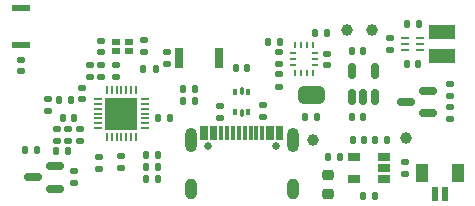
<source format=gts>
G04 #@! TF.GenerationSoftware,KiCad,Pcbnew,9.0.0*
G04 #@! TF.CreationDate,2025-03-15T13:46:40+01:00*
G04 #@! TF.ProjectId,snowbackpack,736e6f77-6261-4636-9b70-61636b2e6b69,rev?*
G04 #@! TF.SameCoordinates,Original*
G04 #@! TF.FileFunction,Soldermask,Top*
G04 #@! TF.FilePolarity,Negative*
%FSLAX46Y46*%
G04 Gerber Fmt 4.6, Leading zero omitted, Abs format (unit mm)*
G04 Created by KiCad (PCBNEW 9.0.0) date 2025-03-15 13:46:40*
%MOMM*%
%LPD*%
G01*
G04 APERTURE LIST*
G04 Aperture macros list*
%AMRoundRect*
0 Rectangle with rounded corners*
0 $1 Rounding radius*
0 $2 $3 $4 $5 $6 $7 $8 $9 X,Y pos of 4 corners*
0 Add a 4 corners polygon primitive as box body*
4,1,4,$2,$3,$4,$5,$6,$7,$8,$9,$2,$3,0*
0 Add four circle primitives for the rounded corners*
1,1,$1+$1,$2,$3*
1,1,$1+$1,$4,$5*
1,1,$1+$1,$6,$7*
1,1,$1+$1,$8,$9*
0 Add four rect primitives between the rounded corners*
20,1,$1+$1,$2,$3,$4,$5,0*
20,1,$1+$1,$4,$5,$6,$7,0*
20,1,$1+$1,$6,$7,$8,$9,0*
20,1,$1+$1,$8,$9,$2,$3,0*%
%AMFreePoly0*
4,1,23,0.500000,-0.750000,0.000000,-0.750000,0.000000,-0.745722,-0.065263,-0.745722,-0.191342,-0.711940,-0.304381,-0.646677,-0.396677,-0.554381,-0.461940,-0.441342,-0.495722,-0.315263,-0.495722,-0.250000,-0.500000,-0.250000,-0.500000,0.250000,-0.495722,0.250000,-0.495722,0.315263,-0.461940,0.441342,-0.396677,0.554381,-0.304381,0.646677,-0.191342,0.711940,-0.065263,0.745722,0.000000,0.745722,
0.000000,0.750000,0.500000,0.750000,0.500000,-0.750000,0.500000,-0.750000,$1*%
%AMFreePoly1*
4,1,23,0.000000,0.745722,0.065263,0.745722,0.191342,0.711940,0.304381,0.646677,0.396677,0.554381,0.461940,0.441342,0.495722,0.315263,0.495722,0.250000,0.500000,0.250000,0.500000,-0.250000,0.495722,-0.250000,0.495722,-0.315263,0.461940,-0.441342,0.396677,-0.554381,0.304381,-0.646677,0.191342,-0.711940,0.065263,-0.745722,0.000000,-0.745722,0.000000,-0.750000,-0.500000,-0.750000,
-0.500000,0.750000,0.000000,0.750000,0.000000,0.745722,0.000000,0.745722,$1*%
G04 Aperture macros list end*
%ADD10C,0.000000*%
%ADD11RoundRect,0.135000X0.185000X-0.135000X0.185000X0.135000X-0.185000X0.135000X-0.185000X-0.135000X0*%
%ADD12RoundRect,0.135000X0.135000X0.185000X-0.135000X0.185000X-0.135000X-0.185000X0.135000X-0.185000X0*%
%ADD13FreePoly0,180.000000*%
%ADD14FreePoly1,180.000000*%
%ADD15R,1.100000X0.700000*%
%ADD16RoundRect,0.140000X0.170000X-0.140000X0.170000X0.140000X-0.170000X0.140000X-0.170000X-0.140000X0*%
%ADD17RoundRect,0.140000X0.140000X0.170000X-0.140000X0.170000X-0.140000X-0.170000X0.140000X-0.170000X0*%
%ADD18RoundRect,0.147500X-0.147500X-0.172500X0.147500X-0.172500X0.147500X0.172500X-0.147500X0.172500X0*%
%ADD19RoundRect,0.140000X-0.170000X0.140000X-0.170000X-0.140000X0.170000X-0.140000X0.170000X0.140000X0*%
%ADD20RoundRect,0.147500X-0.172500X0.147500X-0.172500X-0.147500X0.172500X-0.147500X0.172500X0.147500X0*%
%ADD21RoundRect,0.135000X-0.135000X-0.185000X0.135000X-0.185000X0.135000X0.185000X-0.135000X0.185000X0*%
%ADD22RoundRect,0.135000X-0.185000X0.135000X-0.185000X-0.135000X0.185000X-0.135000X0.185000X0.135000X0*%
%ADD23RoundRect,0.150000X0.587500X0.150000X-0.587500X0.150000X-0.587500X-0.150000X0.587500X-0.150000X0*%
%ADD24RoundRect,0.093750X0.093750X-0.156250X0.093750X0.156250X-0.093750X0.156250X-0.093750X-0.156250X0*%
%ADD25RoundRect,0.075000X0.075000X-0.250000X0.075000X0.250000X-0.075000X0.250000X-0.075000X-0.250000X0*%
%ADD26RoundRect,0.140000X-0.140000X-0.170000X0.140000X-0.170000X0.140000X0.170000X-0.140000X0.170000X0*%
%ADD27R,1.600000X0.600000*%
%ADD28R,2.200000X1.200000*%
%ADD29RoundRect,0.218750X0.256250X-0.218750X0.256250X0.218750X-0.256250X0.218750X-0.256250X-0.218750X0*%
%ADD30C,1.000000*%
%ADD31R,0.680010X0.280010*%
%ADD32RoundRect,0.150000X0.150000X-0.512500X0.150000X0.512500X-0.150000X0.512500X-0.150000X-0.512500X0*%
%ADD33R,0.729997X0.600000*%
%ADD34R,0.700000X0.200000*%
%ADD35R,0.200000X0.700000*%
%ADD36R,2.700000X2.700000*%
%ADD37R,0.550013X1.229997*%
%ADD38R,1.000000X1.500000*%
%ADD39C,0.649987*%
%ADD40O,1.000000X2.100000*%
%ADD41O,1.000000X1.800000*%
%ADD42R,0.300000X1.150013*%
%ADD43R,0.280010X0.500000*%
%ADD44R,0.500000X0.280010*%
%ADD45R,0.800000X1.700000*%
G04 APERTURE END LIST*
D10*
G36*
X99850000Y-90600000D02*
G01*
X99550000Y-90600000D01*
X99550000Y-89100000D01*
X99850000Y-89100000D01*
X99850000Y-90600000D01*
G37*
D11*
X92000000Y-90740001D03*
X92000000Y-91759999D03*
D12*
X89859999Y-89300000D03*
X88840001Y-89300000D03*
D13*
X100349999Y-89850000D03*
D14*
X99050001Y-89850000D03*
D15*
X105894006Y-96951081D03*
X105894006Y-96001118D03*
X105894006Y-95049125D03*
X103305994Y-95049125D03*
X103305994Y-96949047D03*
D16*
X81924994Y-88280000D03*
X81924994Y-87320000D03*
D17*
X104079999Y-86100000D03*
X103119999Y-86100000D03*
D18*
X93315000Y-87550000D03*
X94285000Y-87550000D03*
D19*
X80111517Y-92734213D03*
X80111517Y-93694213D03*
D20*
X83174994Y-87315000D03*
X83174994Y-88285000D03*
D12*
X76509999Y-94500000D03*
X75490001Y-94500000D03*
X79109999Y-94600000D03*
X78090001Y-94600000D03*
D21*
X104090001Y-98400000D03*
X105109999Y-98400000D03*
D16*
X80946378Y-88280000D03*
X80946378Y-87320000D03*
D11*
X79587495Y-97297498D03*
X79587495Y-96277500D03*
D21*
X85690001Y-94900000D03*
X86709999Y-94900000D03*
D20*
X107600000Y-95515000D03*
X107600000Y-96485000D03*
D21*
X85690001Y-96899998D03*
X86709999Y-96899998D03*
D22*
X97000000Y-86190128D03*
X97000000Y-87210126D03*
D20*
X111462500Y-88915000D03*
X111462500Y-89885000D03*
D23*
X109600000Y-91350000D03*
X109600000Y-89450000D03*
X107724999Y-90400000D03*
D20*
X75100000Y-86865000D03*
X75100000Y-87835000D03*
D16*
X87450000Y-87180000D03*
X87450000Y-86220000D03*
D19*
X80274994Y-89245000D03*
X80274994Y-90205000D03*
D17*
X104180000Y-93600001D03*
X103220000Y-93600001D03*
D18*
X78353724Y-90225000D03*
X79323724Y-90225000D03*
D24*
X93262500Y-91250000D03*
D25*
X93800000Y-91325000D03*
D24*
X94337500Y-91250000D03*
X94337500Y-89550000D03*
D25*
X93800000Y-89475000D03*
D24*
X93262500Y-89550000D03*
D21*
X107790002Y-83800000D03*
X108810000Y-83800000D03*
D26*
X107760184Y-87200000D03*
X108720184Y-87200000D03*
D19*
X85524994Y-85208961D03*
X85524994Y-86168961D03*
D12*
X102110000Y-95100000D03*
X101090000Y-95100000D03*
D19*
X106400000Y-85020000D03*
X106400000Y-85980000D03*
D11*
X111462501Y-91824998D03*
X111462501Y-90805000D03*
D16*
X101000000Y-87280000D03*
X101000000Y-86320000D03*
D27*
X75100000Y-82450000D03*
X75100000Y-85599999D03*
D21*
X85490001Y-87600000D03*
X86509999Y-87600000D03*
D26*
X105120000Y-93600000D03*
X106080000Y-93600000D03*
D28*
X110800000Y-86528143D03*
X110800000Y-84471755D03*
D29*
X101100000Y-98187501D03*
X101100000Y-96612499D03*
D30*
X102700000Y-84300000D03*
D23*
X78024994Y-97750000D03*
X78024994Y-95850000D03*
X76149993Y-96800000D03*
D31*
X108880163Y-86000000D03*
X108880163Y-85500127D03*
X108880163Y-85000000D03*
X107600000Y-85000000D03*
X107600000Y-85500127D03*
X107600000Y-86000000D03*
D16*
X81924994Y-86180000D03*
X81924994Y-85220000D03*
X83600000Y-95980000D03*
X83600000Y-95020000D03*
D32*
X103150001Y-90037500D03*
X104100000Y-90037500D03*
X105049999Y-90037500D03*
X105049999Y-87762500D03*
X103150001Y-87762500D03*
D33*
X83174955Y-86099924D03*
X84275033Y-86099924D03*
X84275033Y-85300076D03*
X83174955Y-85300076D03*
D18*
X78636567Y-91800000D03*
X79606567Y-91800000D03*
D30*
X99800000Y-93600000D03*
D26*
X103119999Y-91700000D03*
X104079999Y-91700000D03*
D17*
X87704994Y-91800000D03*
X86744994Y-91800000D03*
D11*
X97000000Y-89110126D03*
X97000000Y-88090128D03*
D34*
X81624993Y-90200102D03*
X81624994Y-90599898D03*
X81624994Y-91000203D03*
X81624994Y-91398984D03*
X81624994Y-91800051D03*
X81624994Y-92200102D03*
X81624993Y-92599898D03*
D35*
X82425096Y-93400001D03*
X82824892Y-93400000D03*
X83224943Y-93400000D03*
X83624994Y-93399238D03*
X84024791Y-93400000D03*
X84425096Y-93400000D03*
X84824892Y-93400001D03*
D34*
X85624995Y-92599898D03*
X85624994Y-92200102D03*
X85624994Y-91799797D03*
X85624995Y-91400000D03*
X85624994Y-91000203D03*
X85624994Y-90599898D03*
X85624995Y-90200102D03*
D35*
X84824892Y-89399999D03*
X84425096Y-89400000D03*
X84024791Y-89400000D03*
X83624994Y-89400254D03*
X83225197Y-89400000D03*
X82824892Y-89400000D03*
X82425096Y-89399999D03*
D36*
X83624994Y-91400255D03*
D26*
X100045019Y-84600128D03*
X101005019Y-84600128D03*
D30*
X104800000Y-84300000D03*
D21*
X99190001Y-91650000D03*
X100209999Y-91650000D03*
D20*
X81700000Y-95115000D03*
X81700000Y-96085000D03*
D19*
X78131618Y-92734213D03*
X78131618Y-93694213D03*
D37*
X110199873Y-98192558D03*
X110999975Y-98192558D03*
D38*
X112149835Y-96407442D03*
X109050013Y-96407442D03*
D21*
X85690001Y-95900000D03*
X86709999Y-95900000D03*
D11*
X95600000Y-91709999D03*
X95600000Y-90690001D03*
D30*
X107750000Y-93500000D03*
D12*
X89859999Y-90299998D03*
X88840001Y-90299998D03*
D16*
X77424509Y-91155000D03*
X77424509Y-90195000D03*
D39*
X90909982Y-94144532D03*
X96690018Y-94144532D03*
D40*
X98120041Y-93644913D03*
D41*
X98120041Y-97825000D03*
X89479959Y-97825000D03*
D40*
X89479959Y-93644913D03*
D42*
X90449987Y-93080016D03*
X91250089Y-93080016D03*
X92550064Y-93080016D03*
X93550064Y-93080016D03*
X94049936Y-93080016D03*
X95049936Y-93080016D03*
X96349911Y-93080016D03*
X97150013Y-93080016D03*
X96850038Y-93080016D03*
X96049936Y-93080016D03*
X95550064Y-93080016D03*
X94550064Y-93080016D03*
X93049936Y-93080016D03*
X92049936Y-93080016D03*
X91550064Y-93080016D03*
X90749962Y-93080016D03*
D19*
X79121567Y-92734211D03*
X79121567Y-93694211D03*
D43*
X98349936Y-87975083D03*
X98850064Y-87975083D03*
X99349936Y-87975083D03*
X99850064Y-87975083D03*
D44*
X100025019Y-87300000D03*
X100025019Y-86800127D03*
X100025019Y-86300000D03*
D43*
X99850064Y-85625171D03*
X99349936Y-85625171D03*
X98850064Y-85625171D03*
X98349936Y-85625171D03*
D44*
X98174981Y-86300000D03*
X98174981Y-86800127D03*
X98174981Y-87300000D03*
D21*
X95990001Y-85300127D03*
X97009999Y-85300127D03*
D45*
X88499999Y-86700000D03*
X91900001Y-86700000D03*
M02*

</source>
